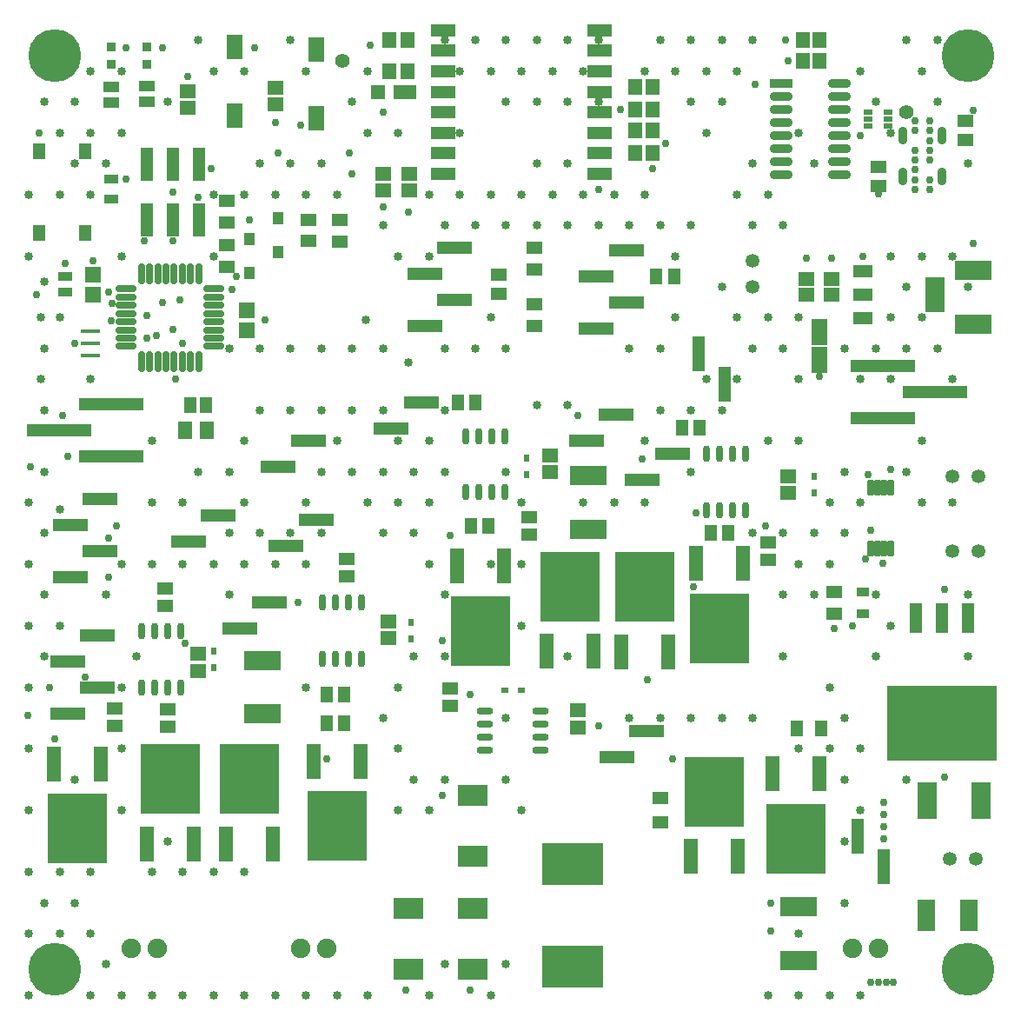
<source format=gts>
G04*
G04 #@! TF.GenerationSoftware,Altium Limited,Altium Designer,21.4.1 (30)*
G04*
G04 Layer_Color=8388736*
%FSLAX25Y25*%
%MOIN*%
G70*
G04*
G04 #@! TF.SameCoordinates,7B2BD0F0-F325-43E0-8A4B-F521747280A9*
G04*
G04*
G04 #@! TF.FilePolarity,Negative*
G04*
G01*
G75*
%ADD24R,0.13504X0.05000*%
%ADD25R,0.25000X0.05000*%
%ADD26R,0.05938X0.04750*%
%ADD33R,0.05000X0.13504*%
%ADD43R,0.13500X0.05000*%
%ADD45R,0.06324X0.04939*%
%ADD55R,0.05315X0.03740*%
%ADD56R,0.05118X0.06102*%
%ADD61R,0.07480X0.01575*%
%ADD64R,0.04939X0.06324*%
%ADD65R,0.04724X0.03543*%
%ADD68R,0.11811X0.07874*%
%ADD71R,0.05709X0.03740*%
%ADD75R,0.06890X0.12008*%
%ADD76O,0.02953X0.06299*%
%ADD77R,0.04331X0.04921*%
%ADD78R,0.05315X0.13583*%
%ADD79R,0.22638X0.26575*%
%ADD80R,0.06102X0.05118*%
%ADD81O,0.06299X0.02953*%
%ADD82O,0.08268X0.02953*%
%ADD83R,0.06299X0.05709*%
%ADD84R,0.03740X0.03740*%
%ADD85R,0.05512X0.05394*%
%ADD86R,0.08661X0.05394*%
%ADD87R,0.09449X0.04528*%
%ADD88R,0.05118X0.06102*%
%ADD89R,0.14370X0.07598*%
%ADD90R,0.02165X0.02756*%
%ADD91R,0.05906X0.09843*%
%ADD92R,0.06299X0.05512*%
%ADD93R,0.04724X0.06299*%
%ADD94R,0.06299X0.04724*%
%ADD95R,0.05709X0.06299*%
%ADD96O,0.08858X0.03583*%
%ADD97R,0.08858X0.03583*%
%ADD98R,0.04724X0.11811*%
%ADD99R,0.41929X0.28937*%
%ADD100R,0.06496X0.06102*%
%ADD101O,0.02953X0.08268*%
%ADD102R,0.07677X0.04528*%
%ADD103R,0.06496X0.09646*%
%ADD104R,0.05315X0.05906*%
%ADD105R,0.04528X0.12795*%
%ADD106R,0.07598X0.14370*%
G04:AMPARAMS|DCode=107|XSize=23.62mil|YSize=61.02mil|CornerRadius=4.9mil|HoleSize=0mil|Usage=FLASHONLY|Rotation=180.000|XOffset=0mil|YOffset=0mil|HoleType=Round|Shape=RoundedRectangle|*
%AMROUNDEDRECTD107*
21,1,0.02362,0.05122,0,0,180.0*
21,1,0.01382,0.06102,0,0,180.0*
1,1,0.00980,-0.00691,0.02561*
1,1,0.00980,0.00691,0.02561*
1,1,0.00980,0.00691,-0.02561*
1,1,0.00980,-0.00691,-0.02561*
%
%ADD107ROUNDEDRECTD107*%
%ADD108R,0.23819X0.16339*%
%ADD109R,0.02756X0.02165*%
%ADD110R,0.03740X0.02165*%
%ADD111R,0.05906X0.04331*%
%ADD112R,0.04528X0.05906*%
%ADD113R,0.05512X0.06693*%
%ADD114R,0.07677X0.13583*%
%ADD115C,0.05315*%
%ADD116C,0.07480*%
%ADD117C,0.02953*%
%ADD118O,0.03347X0.06890*%
%ADD119C,0.20276*%
%ADD120C,0.05591*%
%ADD121C,0.03347*%
D24*
X225551Y224331D02*
D03*
X237047Y234331D02*
D03*
X248858Y113268D02*
D03*
X237362Y103268D02*
D03*
X258701Y219567D02*
D03*
X247205Y209567D02*
D03*
X150748Y229252D02*
D03*
X162244Y239252D02*
D03*
X107441Y214488D02*
D03*
X118937Y224488D02*
D03*
X104173Y162480D02*
D03*
X84488Y195945D02*
D03*
X72992Y185945D02*
D03*
X110394Y183976D02*
D03*
X121890Y193976D02*
D03*
X92677Y152480D02*
D03*
D25*
X359252Y243110D02*
D03*
X339252Y253110D02*
D03*
Y233110D02*
D03*
X43465Y218347D02*
D03*
X23465Y228346D02*
D03*
X43465Y238347D02*
D03*
D26*
X119095Y309255D02*
D03*
Y300981D02*
D03*
X130905Y300781D02*
D03*
Y309055D02*
D03*
X87598Y308071D02*
D03*
Y316345D02*
D03*
Y291138D02*
D03*
Y299413D02*
D03*
X320866Y166539D02*
D03*
Y158264D02*
D03*
X205709Y298429D02*
D03*
Y268501D02*
D03*
Y276775D02*
D03*
Y290154D02*
D03*
D33*
X339646Y61181D02*
D03*
X329646Y72677D02*
D03*
X278622Y246220D02*
D03*
X268622Y257716D02*
D03*
D43*
X240986Y297480D02*
D03*
X229486Y287480D02*
D03*
X240986Y277480D02*
D03*
X229486Y267480D02*
D03*
X27715Y172008D02*
D03*
X26575Y119764D02*
D03*
X163697Y268543D02*
D03*
X175197Y278543D02*
D03*
X163697Y288543D02*
D03*
X175197Y298543D02*
D03*
X38075Y129764D02*
D03*
X26575Y139764D02*
D03*
X38075Y149764D02*
D03*
X39215Y182008D02*
D03*
X27715Y192008D02*
D03*
X39215Y202008D02*
D03*
D45*
X253937Y87307D02*
D03*
Y78048D02*
D03*
D55*
X25591Y281496D02*
D03*
Y287402D02*
D03*
D56*
X15748Y304232D02*
D03*
Y335531D02*
D03*
X33465Y304232D02*
D03*
Y335531D02*
D03*
D61*
X35433Y261811D02*
D03*
Y266535D02*
D03*
Y257087D02*
D03*
D64*
X306394Y114173D02*
D03*
X315653D02*
D03*
D65*
X331693Y158268D02*
D03*
Y166535D02*
D03*
D68*
X182087Y21654D02*
D03*
Y45276D02*
D03*
X157480Y21654D02*
D03*
Y45276D02*
D03*
X182087Y88583D02*
D03*
Y64961D02*
D03*
D71*
X43307Y317028D02*
D03*
Y324705D02*
D03*
D75*
X355906Y42323D02*
D03*
X372441D02*
D03*
D76*
X179508Y204823D02*
D03*
X184508D02*
D03*
X189508D02*
D03*
X194508D02*
D03*
X179508Y226279D02*
D03*
X184508D02*
D03*
X189508D02*
D03*
X194508D02*
D03*
X54961Y129921D02*
D03*
X59961D02*
D03*
X64961D02*
D03*
X69961D02*
D03*
X54961Y151378D02*
D03*
X59961D02*
D03*
X64961D02*
D03*
X69961D02*
D03*
X124390Y140847D02*
D03*
X129390D02*
D03*
X134390D02*
D03*
X139390D02*
D03*
X124390Y162303D02*
D03*
X129390D02*
D03*
X134390D02*
D03*
X139390D02*
D03*
X271575Y197835D02*
D03*
X276575D02*
D03*
X281575D02*
D03*
X286575D02*
D03*
X271575Y219291D02*
D03*
X276575D02*
D03*
X281575D02*
D03*
X286575D02*
D03*
D77*
X107283Y309646D02*
D03*
Y296654D02*
D03*
X96457Y288779D02*
D03*
Y301772D02*
D03*
D78*
X56929Y69882D02*
D03*
X74961D02*
D03*
X39528Y100591D02*
D03*
X21496D02*
D03*
X257047Y143504D02*
D03*
X239016D02*
D03*
X228504Y143701D02*
D03*
X210472D02*
D03*
X176024Y176378D02*
D03*
X194055D02*
D03*
X283622Y64961D02*
D03*
X265591D02*
D03*
X297087Y96653D02*
D03*
X315118D02*
D03*
X267559Y177362D02*
D03*
X120905Y101575D02*
D03*
X285591Y177362D02*
D03*
X138937Y101575D02*
D03*
X105472Y69882D02*
D03*
X87441D02*
D03*
D79*
X65945Y94685D02*
D03*
X30512Y75787D02*
D03*
X248031Y168307D02*
D03*
X219488Y168504D02*
D03*
X185039Y151575D02*
D03*
X274606Y89764D02*
D03*
X306102Y71850D02*
D03*
X276575Y152559D02*
D03*
X129921Y76772D02*
D03*
X96457Y94685D02*
D03*
D80*
X44618Y121685D02*
D03*
Y114992D02*
D03*
X133858Y179134D02*
D03*
Y172441D02*
D03*
X295276Y185433D02*
D03*
Y178740D02*
D03*
X64961Y121457D02*
D03*
Y114764D02*
D03*
X173228Y129331D02*
D03*
Y122638D02*
D03*
X203740Y195276D02*
D03*
Y188583D02*
D03*
X63976Y161024D02*
D03*
Y167717D02*
D03*
D81*
X208170Y105689D02*
D03*
Y110689D02*
D03*
Y115689D02*
D03*
Y120689D02*
D03*
X186714Y105689D02*
D03*
Y110689D02*
D03*
Y115689D02*
D03*
Y120689D02*
D03*
D82*
X82677Y279528D02*
D03*
X49213Y282677D02*
D03*
Y279528D02*
D03*
Y276378D02*
D03*
Y273228D02*
D03*
Y270079D02*
D03*
Y266929D02*
D03*
Y263779D02*
D03*
Y260630D02*
D03*
X82677D02*
D03*
Y263779D02*
D03*
Y266929D02*
D03*
Y270079D02*
D03*
Y273228D02*
D03*
Y276378D02*
D03*
Y282677D02*
D03*
D83*
X319882Y280315D02*
D03*
Y286614D02*
D03*
X310039Y280315D02*
D03*
Y286614D02*
D03*
X147638Y320472D02*
D03*
X157874D02*
D03*
X106299Y353346D02*
D03*
X72835Y358465D02*
D03*
Y352165D02*
D03*
X106299Y359646D02*
D03*
X157874Y326772D02*
D03*
X147638D02*
D03*
D84*
X43307Y375295D02*
D03*
Y368799D02*
D03*
X57087Y375295D02*
D03*
Y368799D02*
D03*
D85*
X145866Y358268D02*
D03*
D86*
X155905D02*
D03*
D87*
X170768Y326772D02*
D03*
X170768Y334646D02*
D03*
Y342520D02*
D03*
Y350394D02*
D03*
Y358268D02*
D03*
Y366142D02*
D03*
Y374016D02*
D03*
Y381890D02*
D03*
X230807D02*
D03*
Y374016D02*
D03*
Y366142D02*
D03*
Y358268D02*
D03*
Y350394D02*
D03*
Y342520D02*
D03*
Y334646D02*
D03*
Y326772D02*
D03*
D88*
X125984Y126969D02*
D03*
X132677D02*
D03*
Y116142D02*
D03*
X125984D02*
D03*
X181299Y191929D02*
D03*
X187992D02*
D03*
X279921Y188976D02*
D03*
X273228D02*
D03*
X183071Y239173D02*
D03*
X176378D02*
D03*
X262402Y229331D02*
D03*
X269094D02*
D03*
D89*
X101378Y140217D02*
D03*
Y119626D02*
D03*
X226378Y211083D02*
D03*
Y190492D02*
D03*
X307087Y25138D02*
D03*
Y45728D02*
D03*
X374016Y289823D02*
D03*
Y269232D02*
D03*
D90*
X82677Y137598D02*
D03*
Y143898D02*
D03*
X158465Y148425D02*
D03*
Y154724D02*
D03*
X312992Y204528D02*
D03*
Y210827D02*
D03*
X202756Y211417D02*
D03*
Y217717D02*
D03*
D91*
X314961Y266043D02*
D03*
Y255610D02*
D03*
D92*
X149606Y155118D02*
D03*
Y148622D02*
D03*
X303150Y210925D02*
D03*
Y204429D02*
D03*
X211614Y218799D02*
D03*
Y212303D02*
D03*
X222441Y114567D02*
D03*
Y121063D02*
D03*
X76772Y142717D02*
D03*
Y136221D02*
D03*
D93*
X259547Y287402D02*
D03*
X252264D02*
D03*
D94*
X191929Y280807D02*
D03*
Y288090D02*
D03*
X337598Y329429D02*
D03*
Y322146D02*
D03*
X371063Y339862D02*
D03*
Y347146D02*
D03*
D95*
X308858Y377953D02*
D03*
X315158D02*
D03*
X308858Y370079D02*
D03*
X315158D02*
D03*
D96*
X322835Y326535D02*
D03*
Y331535D02*
D03*
Y336535D02*
D03*
Y341535D02*
D03*
Y346535D02*
D03*
Y351535D02*
D03*
Y356535D02*
D03*
Y361535D02*
D03*
X300394Y326535D02*
D03*
Y331535D02*
D03*
Y336535D02*
D03*
Y341535D02*
D03*
Y346535D02*
D03*
Y351535D02*
D03*
Y356535D02*
D03*
D97*
Y361535D02*
D03*
D98*
X372205Y156299D02*
D03*
X362205D02*
D03*
X352205D02*
D03*
D99*
X362205Y116142D02*
D03*
D100*
X95472Y274409D02*
D03*
Y266929D02*
D03*
X36417Y287992D02*
D03*
Y280512D02*
D03*
D101*
X54921Y254921D02*
D03*
X58071D02*
D03*
X61221D02*
D03*
X64370D02*
D03*
X67520D02*
D03*
X70669D02*
D03*
X73819D02*
D03*
X76968D02*
D03*
Y288386D02*
D03*
X73819D02*
D03*
X70669D02*
D03*
X67520D02*
D03*
X64370D02*
D03*
X61221D02*
D03*
X58071D02*
D03*
X54921D02*
D03*
D102*
X331693Y289567D02*
D03*
Y271457D02*
D03*
Y280512D02*
D03*
D103*
X122047Y348031D02*
D03*
X90551Y375394D02*
D03*
Y349016D02*
D03*
X122047Y374410D02*
D03*
D104*
X251181Y334646D02*
D03*
X150197Y366142D02*
D03*
X156890D02*
D03*
X150197Y377953D02*
D03*
X156890D02*
D03*
X251181Y351575D02*
D03*
X244488D02*
D03*
X251181Y360236D02*
D03*
X244488D02*
D03*
X251181Y343307D02*
D03*
X244488D02*
D03*
Y334646D02*
D03*
D105*
X66929Y330512D02*
D03*
X76929D02*
D03*
X56929Y309252D02*
D03*
Y330512D02*
D03*
X66929Y309252D02*
D03*
X76929D02*
D03*
D106*
X376969Y86614D02*
D03*
X356378D02*
D03*
D107*
X342421Y206496D02*
D03*
X339862D02*
D03*
X337303D02*
D03*
X334744D02*
D03*
X342421Y183268D02*
D03*
X339862D02*
D03*
X337303D02*
D03*
X334744D02*
D03*
D108*
X220472Y22638D02*
D03*
Y62008D02*
D03*
D109*
X200592Y128937D02*
D03*
X194292D02*
D03*
D110*
X341496Y345276D02*
D03*
Y347835D02*
D03*
Y350394D02*
D03*
X333858Y345276D02*
D03*
Y347835D02*
D03*
Y350394D02*
D03*
D111*
X43307Y360236D02*
D03*
Y354134D02*
D03*
X57087Y360433D02*
D03*
Y354331D02*
D03*
D112*
X73819Y238189D02*
D03*
X79724D02*
D03*
D113*
X71850Y228346D02*
D03*
X79921D02*
D03*
D114*
X359252Y280512D02*
D03*
D115*
X365158Y63976D02*
D03*
X375000D02*
D03*
X366142Y182087D02*
D03*
X375984D02*
D03*
X366142Y210630D02*
D03*
X375984D02*
D03*
X289370Y293307D02*
D03*
Y283465D02*
D03*
D116*
X327756Y29724D02*
D03*
X337598D02*
D03*
X61024D02*
D03*
X51181D02*
D03*
X125984D02*
D03*
X116142D02*
D03*
D117*
X357362Y320866D02*
D03*
Y324606D02*
D03*
Y332087D02*
D03*
Y335827D02*
D03*
Y339567D02*
D03*
Y343307D02*
D03*
Y347047D02*
D03*
X351850Y320866D02*
D03*
Y324606D02*
D03*
Y328346D02*
D03*
Y332087D02*
D03*
Y335827D02*
D03*
Y343307D02*
D03*
Y347047D02*
D03*
X107283Y334646D02*
D03*
X134843D02*
D03*
X147638Y350394D02*
D03*
X142717Y375984D02*
D03*
X14764Y280512D02*
D03*
X12342Y214567D02*
D03*
X26575Y218504D02*
D03*
X222441Y234252D02*
D03*
X342520Y213583D02*
D03*
X96457Y309055D02*
D03*
X135827Y326772D02*
D03*
X115157Y162402D02*
D03*
X181102Y126969D02*
D03*
X89567Y282480D02*
D03*
X91535Y287402D02*
D03*
X339567Y85630D02*
D03*
Y81037D02*
D03*
Y76444D02*
D03*
Y71850D02*
D03*
X334646Y16732D02*
D03*
X337598D02*
D03*
X340551D02*
D03*
X343504D02*
D03*
X374016Y351093D02*
D03*
X337598Y319110D02*
D03*
X310039Y294291D02*
D03*
X331693Y295276D02*
D03*
X319882Y294291D02*
D03*
X42323Y172244D02*
D03*
X45276Y191929D02*
D03*
X42323Y187008D02*
D03*
X11524Y119095D02*
D03*
X302165Y377953D02*
D03*
X303150Y370079D02*
D03*
X290354Y361221D02*
D03*
X255906Y338583D02*
D03*
X43727Y276994D02*
D03*
X43293Y270578D02*
D03*
X29528Y261811D02*
D03*
X102362Y270669D02*
D03*
X81693Y328740D02*
D03*
X72835Y364173D02*
D03*
X62992Y375000D02*
D03*
X49213D02*
D03*
X98425D02*
D03*
X116142Y345472D02*
D03*
X106299Y346457D02*
D03*
X157480Y312008D02*
D03*
X147638Y313976D02*
D03*
X230315Y320866D02*
D03*
X250984Y328740D02*
D03*
X173228Y187992D02*
D03*
X266732Y168307D02*
D03*
X314961Y249016D02*
D03*
X339403Y177330D02*
D03*
X332677Y179134D02*
D03*
X363189Y167323D02*
D03*
Y95472D02*
D03*
X327756Y153543D02*
D03*
X320866Y152559D02*
D03*
X296260Y36417D02*
D03*
X156496Y13780D02*
D03*
X181102D02*
D03*
X170276Y88583D02*
D03*
X71850Y146653D02*
D03*
X125984Y102362D02*
D03*
X21654Y110236D02*
D03*
X36417Y293307D02*
D03*
X25591Y292323D02*
D03*
X15748Y342520D02*
D03*
X247047Y217520D02*
D03*
X67913Y248031D02*
D03*
X170276Y147638D02*
D03*
X249016Y132874D02*
D03*
X267717Y196850D02*
D03*
X294291Y191929D02*
D03*
X333661Y211614D02*
D03*
X334646Y189961D02*
D03*
X258858Y102362D02*
D03*
X230315Y115157D02*
D03*
X296260Y47244D02*
D03*
X66929Y319882D02*
D03*
X70866Y261811D02*
D03*
X57087Y263779D02*
D03*
X33465Y133858D02*
D03*
X57021Y272572D02*
D03*
X66929Y267157D02*
D03*
X60811Y264764D02*
D03*
X19685Y129921D02*
D03*
X69882Y278543D02*
D03*
X62992Y277559D02*
D03*
X24606Y234252D02*
D03*
X42323Y281496D02*
D03*
X56102Y301181D02*
D03*
X66929D02*
D03*
X76772Y317913D02*
D03*
X49213Y324803D02*
D03*
X374016Y300197D02*
D03*
X238779Y351378D02*
D03*
X330709Y341535D02*
D03*
D118*
X362205Y325787D02*
D03*
Y341535D02*
D03*
X347008D02*
D03*
Y325787D02*
D03*
D119*
X21654Y372047D02*
D03*
Y21654D02*
D03*
X372047D02*
D03*
Y372047D02*
D03*
D120*
X131890Y370079D02*
D03*
X348425Y350394D02*
D03*
D121*
X17717Y285374D02*
D03*
X16220Y248031D02*
D03*
Y271654D02*
D03*
X17717Y236220D02*
D03*
Y212598D02*
D03*
X11811Y200787D02*
D03*
X23622Y198130D02*
D03*
X348425Y259842D02*
D03*
X360236D02*
D03*
X366142Y200787D02*
D03*
X348425Y212598D02*
D03*
X254159Y235999D02*
D03*
X157486Y254363D02*
D03*
X206693Y238130D02*
D03*
X140964Y270885D02*
D03*
X218504Y238130D02*
D03*
X147638Y307086D02*
D03*
Y259842D02*
D03*
X183071D02*
D03*
X265748Y236220D02*
D03*
X82677Y295275D02*
D03*
X129921Y318898D02*
D03*
X206693Y307086D02*
D03*
X230315D02*
D03*
X194882D02*
D03*
X171260D02*
D03*
X183071D02*
D03*
X218504D02*
D03*
X153543Y295275D02*
D03*
X165354D02*
D03*
X372047Y330709D02*
D03*
X366142Y295275D02*
D03*
X372047Y283465D02*
D03*
X366142Y248031D02*
D03*
X372047Y165354D02*
D03*
Y141732D02*
D03*
X360236Y377953D02*
D03*
X354331Y366142D02*
D03*
X360236Y354331D02*
D03*
X354331Y295275D02*
D03*
Y271654D02*
D03*
Y224409D02*
D03*
Y200787D02*
D03*
X348425Y377953D02*
D03*
X342520Y342520D02*
D03*
Y295275D02*
D03*
X348425Y283465D02*
D03*
X342520Y271654D02*
D03*
Y248031D02*
D03*
Y153543D02*
D03*
X348425Y94488D02*
D03*
X330709Y366142D02*
D03*
X336614Y354331D02*
D03*
Y259842D02*
D03*
X330709Y248031D02*
D03*
Y200787D02*
D03*
X336614Y165354D02*
D03*
Y141732D02*
D03*
X330709Y106299D02*
D03*
Y82677D02*
D03*
Y11811D02*
D03*
X324803Y259842D02*
D03*
Y212598D02*
D03*
X318898Y200787D02*
D03*
X324803Y188976D02*
D03*
X318898Y177165D02*
D03*
Y129921D02*
D03*
X324803Y118110D02*
D03*
X318898Y106299D02*
D03*
X324803Y94488D02*
D03*
Y70866D02*
D03*
Y47244D02*
D03*
X318898Y11811D02*
D03*
X307086Y342520D02*
D03*
X312992Y330709D02*
D03*
X307086Y271654D02*
D03*
Y248031D02*
D03*
Y224409D02*
D03*
X312992Y188976D02*
D03*
X307086Y177165D02*
D03*
X312992Y165354D02*
D03*
X307086Y106299D02*
D03*
Y35433D02*
D03*
Y11811D02*
D03*
X295275Y318898D02*
D03*
X301181Y307086D02*
D03*
X295275Y271654D02*
D03*
X301181Y259842D02*
D03*
X295275Y224409D02*
D03*
X301181Y188976D02*
D03*
Y165354D02*
D03*
Y141732D02*
D03*
X295275Y11811D02*
D03*
X289370Y377953D02*
D03*
X283465Y366142D02*
D03*
X289370Y330709D02*
D03*
X283465Y318898D02*
D03*
X289370Y307086D02*
D03*
X283465Y271654D02*
D03*
X289370Y259842D02*
D03*
X283465Y248031D02*
D03*
X289370Y188976D02*
D03*
Y118110D02*
D03*
X277559Y377953D02*
D03*
X271654Y366142D02*
D03*
X277559Y354331D02*
D03*
X271654Y342520D02*
D03*
X277559Y283465D02*
D03*
X271654Y248031D02*
D03*
X277559Y236220D02*
D03*
Y118110D02*
D03*
X265748Y377953D02*
D03*
X259842Y366142D02*
D03*
X265748Y354331D02*
D03*
Y307086D02*
D03*
X259842Y295275D02*
D03*
Y271654D02*
D03*
X265748Y212598D02*
D03*
Y118110D02*
D03*
X253937Y377953D02*
D03*
X248031Y366142D02*
D03*
Y318898D02*
D03*
X253937Y307086D02*
D03*
Y259842D02*
D03*
X248031Y224409D02*
D03*
Y200787D02*
D03*
X253937Y118110D02*
D03*
X236220Y318898D02*
D03*
X242126Y307086D02*
D03*
Y259842D02*
D03*
X236220Y200787D02*
D03*
X242126Y118110D02*
D03*
X230315Y377953D02*
D03*
X224409Y366142D02*
D03*
X230315Y354331D02*
D03*
X224409Y318898D02*
D03*
Y200787D02*
D03*
X218504Y377953D02*
D03*
X212598Y366142D02*
D03*
X218504Y354331D02*
D03*
Y330709D02*
D03*
X212598Y318898D02*
D03*
X218504Y141732D02*
D03*
X206693Y377953D02*
D03*
X200787Y366142D02*
D03*
X206693Y354331D02*
D03*
Y330709D02*
D03*
X200787Y318898D02*
D03*
Y200787D02*
D03*
Y177165D02*
D03*
Y153543D02*
D03*
Y82677D02*
D03*
X194882Y377953D02*
D03*
X188976Y366142D02*
D03*
X194882Y354331D02*
D03*
X188976Y318898D02*
D03*
Y271654D02*
D03*
X194882Y259842D02*
D03*
Y212598D02*
D03*
X188976Y177165D02*
D03*
X194882Y118110D02*
D03*
Y94488D02*
D03*
Y23622D02*
D03*
X188976Y11811D02*
D03*
X183071Y377953D02*
D03*
X177165Y366142D02*
D03*
Y342520D02*
D03*
Y318898D02*
D03*
X171260Y377953D02*
D03*
X165354Y318898D02*
D03*
X171260Y259842D02*
D03*
Y236220D02*
D03*
X165354Y224409D02*
D03*
X171260Y212598D02*
D03*
X165354Y200787D02*
D03*
Y177165D02*
D03*
X171260Y165354D02*
D03*
Y141732D02*
D03*
Y94488D02*
D03*
X165354Y82677D02*
D03*
X171260Y23622D02*
D03*
X165354Y11811D02*
D03*
X153543Y342520D02*
D03*
Y224409D02*
D03*
X159449Y212598D02*
D03*
X153543Y200787D02*
D03*
X159449Y188976D02*
D03*
Y141732D02*
D03*
X153543Y129921D02*
D03*
Y106299D02*
D03*
X159449Y94488D02*
D03*
X153543Y82677D02*
D03*
X141732Y366142D02*
D03*
Y342520D02*
D03*
X147638Y236220D02*
D03*
Y212598D02*
D03*
X141732Y200787D02*
D03*
X147638Y188976D02*
D03*
Y118110D02*
D03*
X141732Y11811D02*
D03*
X135827Y354331D02*
D03*
Y259842D02*
D03*
Y236220D02*
D03*
X129921Y224409D02*
D03*
X135827Y212598D02*
D03*
X129921Y11811D02*
D03*
X118110Y366142D02*
D03*
X124016Y330709D02*
D03*
X118110Y318898D02*
D03*
X124016Y259842D02*
D03*
Y236220D02*
D03*
Y212598D02*
D03*
X118110Y200787D02*
D03*
X124016Y188976D02*
D03*
X118110Y177165D02*
D03*
Y129921D02*
D03*
Y11811D02*
D03*
X112205Y377953D02*
D03*
Y330709D02*
D03*
X106299Y318898D02*
D03*
X112205Y259842D02*
D03*
Y236220D02*
D03*
Y188976D02*
D03*
X106299Y177165D02*
D03*
Y11811D02*
D03*
X94488Y366142D02*
D03*
X100394Y330709D02*
D03*
X94488Y318898D02*
D03*
X100394Y259842D02*
D03*
Y236220D02*
D03*
X94488Y224409D02*
D03*
Y200787D02*
D03*
X100394Y188976D02*
D03*
X94488Y177165D02*
D03*
Y59055D02*
D03*
Y11811D02*
D03*
X82677Y366142D02*
D03*
Y318898D02*
D03*
X88583Y259842D02*
D03*
Y212598D02*
D03*
Y188976D02*
D03*
X82677Y177165D02*
D03*
X88583Y165354D02*
D03*
X82677Y59055D02*
D03*
Y11811D02*
D03*
X76772Y377953D02*
D03*
Y212598D02*
D03*
X70866Y200787D02*
D03*
Y177165D02*
D03*
Y59055D02*
D03*
Y11811D02*
D03*
X64961Y354331D02*
D03*
X59055Y224409D02*
D03*
Y200787D02*
D03*
Y177165D02*
D03*
X64961Y70866D02*
D03*
X59055Y59055D02*
D03*
Y11811D02*
D03*
X47244Y366142D02*
D03*
Y342520D02*
D03*
Y295275D02*
D03*
Y177165D02*
D03*
X53150Y141732D02*
D03*
X47244Y129921D02*
D03*
Y106299D02*
D03*
Y82677D02*
D03*
Y11811D02*
D03*
X35433Y366142D02*
D03*
Y342520D02*
D03*
X41339Y330709D02*
D03*
X35433Y318898D02*
D03*
Y248031D02*
D03*
X41339Y165354D02*
D03*
X35433Y59055D02*
D03*
Y35433D02*
D03*
X41339Y23622D02*
D03*
X35433Y11811D02*
D03*
X29528Y354331D02*
D03*
X23622Y342520D02*
D03*
X29528Y330709D02*
D03*
X23622Y318898D02*
D03*
Y271654D02*
D03*
Y153543D02*
D03*
X29528Y94488D02*
D03*
X23622Y59055D02*
D03*
X29528Y47244D02*
D03*
X23622Y35433D02*
D03*
X17717Y354331D02*
D03*
X11811Y318898D02*
D03*
Y295275D02*
D03*
X17717Y259842D02*
D03*
Y188976D02*
D03*
X11811Y177165D02*
D03*
X17717Y165354D02*
D03*
X11811Y153543D02*
D03*
X17717Y141732D02*
D03*
X11811Y129921D02*
D03*
Y106299D02*
D03*
Y82677D02*
D03*
Y59055D02*
D03*
X17717Y47244D02*
D03*
X11811Y35433D02*
D03*
Y11811D02*
D03*
M02*

</source>
